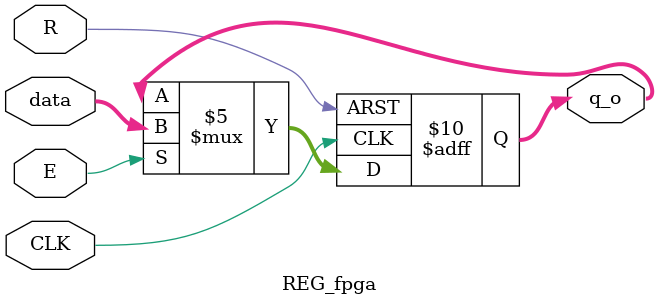
<source format=v>
/*
	REG_fpga de 64 bits que guarda e monta uma
	sequencia correta na rodada
*/

module REG_fpga 
#(parameter N = 64)
(
	data,
	CLK,
	R,
	E,
	q_o
	
);

input wire [N-1:0] data;
input wire 	CLK, R, E; 

output reg [N-1:0] q_o;
reg [3:0] q3_o;

always@(posedge CLK or posedge R)
begin
	if (R == 1'b1) begin
		q_o <= 0;
	end
	else begin
		if (E == 1'b1) begin
			q_o <= data;
			q3_o <= data[63:60];
		end
		else begin
		   q_o <= q_o;
			q3_o <= q_o[63:60];
		end
	end
end

endmodule

</source>
